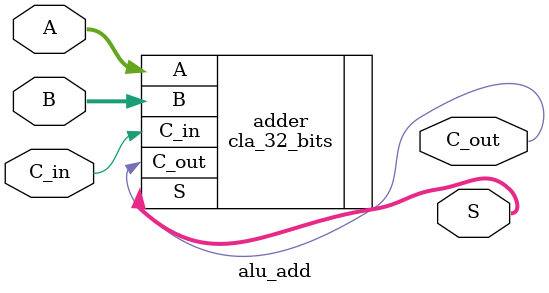
<source format=v>
`timescale 1ns / 10ps
module alu_add(
	input wire [31:0] A, B,
	input wire C_in,
	output wire [31:0] S,
	output wire C_out 
);
	cla_32_bits adder(.A(A), .B(B), .C_in(C_in), .S(S), .C_out(C_out));
endmodule
</source>
